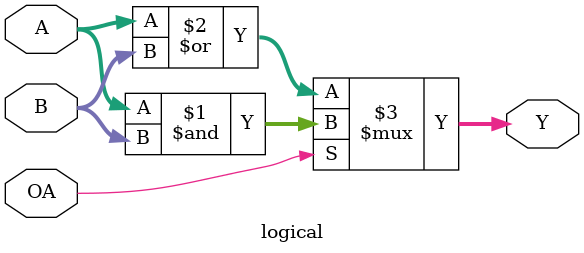
<source format=v>
module logical(A, B, OA, Y);

  // inputs
  input [7:0] A, B;
  input OA;

  // outputs
  output [7:0] Y;

  /* ADD YOUR CODE BELOW THIS LINE */
  
  assign Y = OA ? (A & B) : (A | B);

  /* ADD YOUR CODE ABOVE THIS LINE */

endmodule

</source>
